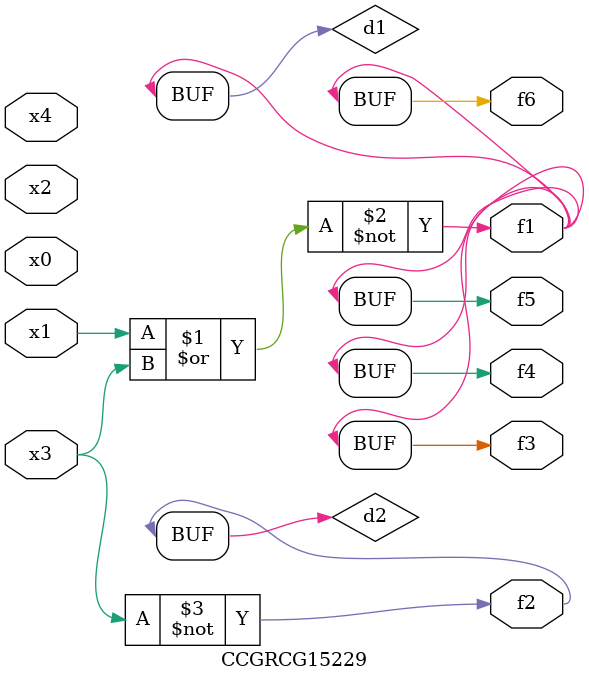
<source format=v>
module CCGRCG15229(
	input x0, x1, x2, x3, x4,
	output f1, f2, f3, f4, f5, f6
);

	wire d1, d2;

	nor (d1, x1, x3);
	not (d2, x3);
	assign f1 = d1;
	assign f2 = d2;
	assign f3 = d1;
	assign f4 = d1;
	assign f5 = d1;
	assign f6 = d1;
endmodule

</source>
